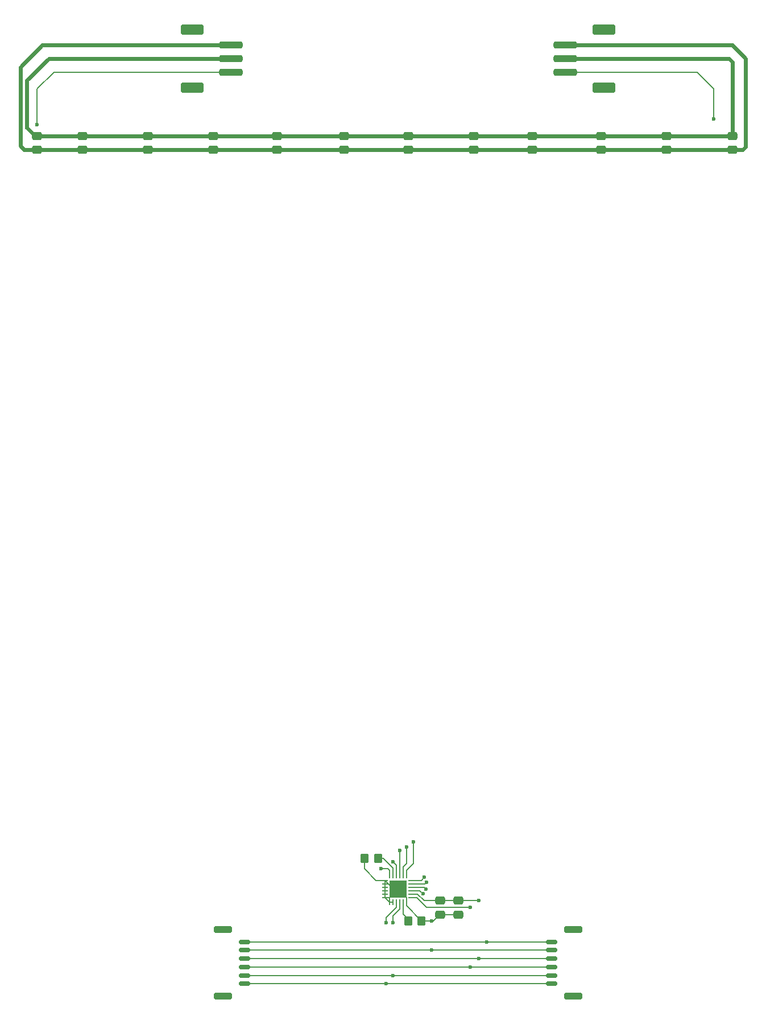
<source format=gbl>
G04 #@! TF.GenerationSoftware,KiCad,Pcbnew,8.0.8*
G04 #@! TF.CreationDate,2025-01-22T20:08:14-06:00*
G04 #@! TF.ProjectId,touch-pads,746f7563-682d-4706-9164-732e6b696361,rev?*
G04 #@! TF.SameCoordinates,Original*
G04 #@! TF.FileFunction,Copper,L2,Bot*
G04 #@! TF.FilePolarity,Positive*
%FSLAX46Y46*%
G04 Gerber Fmt 4.6, Leading zero omitted, Abs format (unit mm)*
G04 Created by KiCad (PCBNEW 8.0.8) date 2025-01-22 20:08:14*
%MOMM*%
%LPD*%
G01*
G04 APERTURE LIST*
G04 Aperture macros list*
%AMRoundRect*
0 Rectangle with rounded corners*
0 $1 Rounding radius*
0 $2 $3 $4 $5 $6 $7 $8 $9 X,Y pos of 4 corners*
0 Add a 4 corners polygon primitive as box body*
4,1,4,$2,$3,$4,$5,$6,$7,$8,$9,$2,$3,0*
0 Add four circle primitives for the rounded corners*
1,1,$1+$1,$2,$3*
1,1,$1+$1,$4,$5*
1,1,$1+$1,$6,$7*
1,1,$1+$1,$8,$9*
0 Add four rect primitives between the rounded corners*
20,1,$1+$1,$2,$3,$4,$5,0*
20,1,$1+$1,$4,$5,$6,$7,0*
20,1,$1+$1,$6,$7,$8,$9,0*
20,1,$1+$1,$8,$9,$2,$3,0*%
G04 Aperture macros list end*
G04 #@! TA.AperFunction,SMDPad,CuDef*
%ADD10RoundRect,0.250000X0.350000X0.450000X-0.350000X0.450000X-0.350000X-0.450000X0.350000X-0.450000X0*%
G04 #@! TD*
G04 #@! TA.AperFunction,SMDPad,CuDef*
%ADD11RoundRect,0.250000X0.475000X-0.337500X0.475000X0.337500X-0.475000X0.337500X-0.475000X-0.337500X0*%
G04 #@! TD*
G04 #@! TA.AperFunction,SMDPad,CuDef*
%ADD12R,0.254000X0.812800*%
G04 #@! TD*
G04 #@! TA.AperFunction,SMDPad,CuDef*
%ADD13R,0.812800X0.254000*%
G04 #@! TD*
G04 #@! TA.AperFunction,SMDPad,CuDef*
%ADD14R,2.590800X2.590800*%
G04 #@! TD*
G04 #@! TA.AperFunction,SMDPad,CuDef*
%ADD15RoundRect,0.150000X0.700000X-0.150000X0.700000X0.150000X-0.700000X0.150000X-0.700000X-0.150000X0*%
G04 #@! TD*
G04 #@! TA.AperFunction,SMDPad,CuDef*
%ADD16RoundRect,0.250000X1.100000X-0.250000X1.100000X0.250000X-1.100000X0.250000X-1.100000X-0.250000X0*%
G04 #@! TD*
G04 #@! TA.AperFunction,SMDPad,CuDef*
%ADD17RoundRect,0.250000X-0.475000X0.337500X-0.475000X-0.337500X0.475000X-0.337500X0.475000X0.337500X0*%
G04 #@! TD*
G04 #@! TA.AperFunction,SMDPad,CuDef*
%ADD18RoundRect,0.250000X1.500000X-0.250000X1.500000X0.250000X-1.500000X0.250000X-1.500000X-0.250000X0*%
G04 #@! TD*
G04 #@! TA.AperFunction,SMDPad,CuDef*
%ADD19RoundRect,0.250001X1.449999X-0.499999X1.449999X0.499999X-1.449999X0.499999X-1.449999X-0.499999X0*%
G04 #@! TD*
G04 #@! TA.AperFunction,SMDPad,CuDef*
%ADD20RoundRect,0.250000X-1.500000X0.250000X-1.500000X-0.250000X1.500000X-0.250000X1.500000X0.250000X0*%
G04 #@! TD*
G04 #@! TA.AperFunction,SMDPad,CuDef*
%ADD21RoundRect,0.250001X-1.449999X0.499999X-1.449999X-0.499999X1.449999X-0.499999X1.449999X0.499999X0*%
G04 #@! TD*
G04 #@! TA.AperFunction,SMDPad,CuDef*
%ADD22RoundRect,0.150000X-0.700000X0.150000X-0.700000X-0.150000X0.700000X-0.150000X0.700000X0.150000X0*%
G04 #@! TD*
G04 #@! TA.AperFunction,SMDPad,CuDef*
%ADD23RoundRect,0.250000X-1.100000X0.250000X-1.100000X-0.250000X1.100000X-0.250000X1.100000X0.250000X0*%
G04 #@! TD*
G04 #@! TA.AperFunction,ViaPad*
%ADD24C,0.600000*%
G04 #@! TD*
G04 #@! TA.AperFunction,Conductor*
%ADD25C,0.200000*%
G04 #@! TD*
G04 #@! TA.AperFunction,Conductor*
%ADD26C,0.600000*%
G04 #@! TD*
G04 APERTURE END LIST*
D10*
X266750000Y-245750000D03*
X264750000Y-245750000D03*
D11*
X283250000Y-131075000D03*
X283250000Y-129000000D03*
X274500000Y-131075000D03*
X274500000Y-129000000D03*
X216250000Y-131075000D03*
X216250000Y-129000000D03*
D10*
X260250000Y-236500000D03*
X258250000Y-236500000D03*
D11*
X209500000Y-131075000D03*
X209500000Y-129000000D03*
D12*
X264520000Y-242968500D03*
X264012000Y-242968500D03*
X263504000Y-242968500D03*
X262996000Y-242968500D03*
X262488000Y-242968500D03*
X261980000Y-242968500D03*
D13*
X261281500Y-242270000D03*
X261281500Y-241762000D03*
X261281500Y-241254000D03*
X261281500Y-240746000D03*
X261281500Y-240238000D03*
X261281500Y-239730000D03*
D12*
X261980000Y-239031500D03*
X262488000Y-239031500D03*
X262996000Y-239031500D03*
X263504000Y-239031500D03*
X264012000Y-239031500D03*
X264520000Y-239031500D03*
D13*
X265218500Y-239730000D03*
X265218500Y-240238000D03*
X265218500Y-240746000D03*
X265218500Y-241254000D03*
X265218500Y-241762000D03*
X265218500Y-242270000D03*
D14*
X263250000Y-241000000D03*
D15*
X240350000Y-255125000D03*
X240350000Y-253875000D03*
X240350000Y-252625000D03*
X240350000Y-251375000D03*
X240350000Y-250125000D03*
X240350000Y-248875000D03*
D16*
X237150000Y-256975000D03*
X237150000Y-247025000D03*
D11*
X235750000Y-131075000D03*
X235750000Y-129000000D03*
X245250000Y-131075000D03*
X245250000Y-129000000D03*
X313000000Y-131075000D03*
X313000000Y-129000000D03*
X226000000Y-131075000D03*
X226000000Y-129000000D03*
D17*
X269500000Y-242750000D03*
X269500000Y-244825000D03*
X272250000Y-242750000D03*
X272250000Y-244825000D03*
D11*
X255250000Y-131075000D03*
X255250000Y-129000000D03*
X303250000Y-131075000D03*
X303250000Y-129000000D03*
X293500000Y-131075000D03*
X293500000Y-129000000D03*
D18*
X238350000Y-119500000D03*
X238350000Y-117500000D03*
X238350000Y-115500000D03*
D19*
X232600000Y-121850000D03*
X232600000Y-113150000D03*
D20*
X288150000Y-115500000D03*
X288150000Y-117500000D03*
X288150000Y-119500000D03*
D21*
X293900000Y-113150000D03*
X293900000Y-121850000D03*
D11*
X264750000Y-131075000D03*
X264750000Y-129000000D03*
D22*
X286150000Y-248875000D03*
X286150000Y-250125000D03*
X286150000Y-251375000D03*
X286150000Y-252625000D03*
X286150000Y-253875000D03*
X286150000Y-255125000D03*
D23*
X289350000Y-247025000D03*
X289350000Y-256975000D03*
D24*
X275250000Y-242750000D03*
X275250000Y-251375000D03*
X262500000Y-246000000D03*
X262500000Y-253875000D03*
X274000000Y-252625000D03*
X274000000Y-243750000D03*
X247000000Y-131075000D03*
X218000000Y-131075000D03*
X276250000Y-131075000D03*
X266500000Y-131075000D03*
X285500000Y-131075000D03*
X237500000Y-131075000D03*
X268250000Y-250125000D03*
X257000000Y-131075000D03*
X295250000Y-131075000D03*
X208250000Y-131075000D03*
X305000000Y-131075000D03*
X227750000Y-131075000D03*
X268250000Y-245750000D03*
X315000000Y-130650000D03*
X260750000Y-238000000D03*
X276500000Y-248875000D03*
X261500000Y-246000000D03*
X261500000Y-255125000D03*
X267000000Y-241750000D03*
X267437500Y-241062500D03*
X267500000Y-240000000D03*
X267142228Y-239284456D03*
X265500000Y-234000000D03*
X264500000Y-234750000D03*
X263500000Y-235250000D03*
X262500000Y-237000000D03*
X291750000Y-129000000D03*
X282000000Y-129000000D03*
X253000000Y-129000000D03*
X243500000Y-129000000D03*
X233750000Y-129000000D03*
X272500000Y-129000000D03*
X311000000Y-129000000D03*
X301500000Y-129000000D03*
X214549265Y-129049265D03*
X262750000Y-129000000D03*
X208000000Y-127750000D03*
X224000000Y-129000000D03*
X310250000Y-126500000D03*
X209500000Y-127348529D03*
D25*
X265218500Y-241762000D02*
X266163471Y-241762000D01*
X275250000Y-251375000D02*
X240350000Y-251375000D01*
X267151471Y-242750000D02*
X271500000Y-242750000D01*
X266163471Y-241762000D02*
X267151471Y-242750000D01*
X271500000Y-242750000D02*
X275250000Y-242750000D01*
X271500000Y-242750000D02*
X272250000Y-242750000D01*
X275250000Y-251375000D02*
X286150000Y-251375000D01*
X262500000Y-246000000D02*
X262500000Y-245000000D01*
X286150000Y-253875000D02*
X262500000Y-253875000D01*
X263504000Y-243996000D02*
X263504000Y-242968500D01*
X262500000Y-253875000D02*
X240350000Y-253875000D01*
X262500000Y-245000000D02*
X263504000Y-243996000D01*
X266020000Y-242270000D02*
X267500000Y-243750000D01*
X265218500Y-242270000D02*
X266020000Y-242270000D01*
X274000000Y-252625000D02*
X286150000Y-252625000D01*
X267500000Y-243750000D02*
X274000000Y-243750000D01*
X240350000Y-252625000D02*
X274000000Y-252625000D01*
X272250000Y-244825000D02*
X269500000Y-244825000D01*
X261281500Y-239730000D02*
X261281500Y-242270000D01*
X258250000Y-238000000D02*
X258250000Y-236500000D01*
D26*
X207000000Y-130500000D02*
X207000000Y-118750000D01*
D25*
X264520000Y-243520000D02*
X266750000Y-245750000D01*
X261980000Y-242270000D02*
X261281500Y-242270000D01*
X264512100Y-242960600D02*
X264512100Y-242262100D01*
D26*
X210250000Y-115500000D02*
X238350000Y-115500000D01*
D25*
X268250000Y-245750000D02*
X266750000Y-245750000D01*
X261281500Y-239730000D02*
X262551500Y-241000000D01*
X261980000Y-242270000D02*
X263250000Y-241000000D01*
X268250000Y-250125000D02*
X286150000Y-250125000D01*
X261980000Y-242968500D02*
X261980000Y-242270000D01*
X259980000Y-239730000D02*
X258250000Y-238000000D01*
X261281500Y-239730000D02*
X259980000Y-239730000D01*
D26*
X207000000Y-118750000D02*
X210250000Y-115500000D01*
X315000000Y-117500000D02*
X313000000Y-115500000D01*
X313000000Y-115500000D02*
X288150000Y-115500000D01*
D25*
X240350000Y-250125000D02*
X268250000Y-250125000D01*
X268500000Y-245750000D02*
X269425000Y-244825000D01*
D26*
X207575000Y-131075000D02*
X207000000Y-130500000D01*
D25*
X261281500Y-242270000D02*
X261980000Y-242968500D01*
X264520000Y-242968500D02*
X264520000Y-243520000D01*
X264512100Y-242262100D02*
X263250000Y-241000000D01*
D26*
X315000000Y-130650000D02*
X315000000Y-117500000D01*
D25*
X262488000Y-242968500D02*
X261980000Y-242968500D01*
D26*
X314575000Y-131075000D02*
X207575000Y-131075000D01*
X315000000Y-130650000D02*
X314575000Y-131075000D01*
D25*
X268250000Y-245750000D02*
X268500000Y-245750000D01*
X261980000Y-238230000D02*
X261750000Y-238000000D01*
X286150000Y-248875000D02*
X240350000Y-248875000D01*
X261750000Y-238000000D02*
X260750000Y-238000000D01*
X261980000Y-239031500D02*
X261980000Y-238230000D01*
X240350000Y-255125000D02*
X261500000Y-255125000D01*
X262996000Y-243754000D02*
X262996000Y-242968500D01*
X261500000Y-255125000D02*
X286150000Y-255125000D01*
X261500000Y-245250000D02*
X262996000Y-243754000D01*
X261500000Y-246000000D02*
X261500000Y-245250000D01*
X267000000Y-241750000D02*
X266504000Y-241254000D01*
X266504000Y-241254000D02*
X265218500Y-241254000D01*
X267121000Y-240746000D02*
X265218500Y-240746000D01*
X267437500Y-241062500D02*
X267121000Y-240746000D01*
X267500000Y-240000000D02*
X267262000Y-240238000D01*
X267262000Y-240238000D02*
X265218500Y-240238000D01*
X267142228Y-239284456D02*
X266696684Y-239730000D01*
X266696684Y-239730000D02*
X265218500Y-239730000D01*
X265500000Y-237250000D02*
X265500000Y-234000000D01*
X265500000Y-237250000D02*
X264520000Y-238230000D01*
X264520000Y-238230000D02*
X264520000Y-239031500D01*
X264012000Y-239031500D02*
X264012000Y-237738000D01*
X264012000Y-237738000D02*
X264500000Y-237250000D01*
X264500000Y-234750000D02*
X264500000Y-237250000D01*
X263500000Y-237000000D02*
X263504000Y-237004000D01*
X263504000Y-237004000D02*
X263504000Y-239031500D01*
X263500000Y-235250000D02*
X263500000Y-237000000D01*
X262500000Y-237000000D02*
X262996000Y-237496000D01*
X262996000Y-237496000D02*
X262996000Y-239031500D01*
X264012000Y-244762000D02*
X264012000Y-242968500D01*
X264750000Y-245500000D02*
X264012000Y-244762000D01*
X262488000Y-239031500D02*
X262488000Y-237938000D01*
X261050000Y-236500000D02*
X260250000Y-236500000D01*
X262488000Y-237938000D02*
X261050000Y-236500000D01*
D26*
X208000000Y-127750000D02*
X208000000Y-120750000D01*
D25*
X291750000Y-129000000D02*
X292000000Y-129000000D01*
D26*
X211250000Y-117500000D02*
X238350000Y-117500000D01*
X313000000Y-129000000D02*
X313000000Y-118000000D01*
X209250000Y-129000000D02*
X313000000Y-129000000D01*
X208000000Y-120750000D02*
X211250000Y-117500000D01*
X313000000Y-118000000D02*
X312500000Y-117500000D01*
X208000000Y-127750000D02*
X209250000Y-129000000D01*
X312500000Y-117500000D02*
X288150000Y-117500000D01*
D25*
X310250000Y-126500000D02*
X310250000Y-122000000D01*
X310250000Y-122000000D02*
X307750000Y-119500000D01*
X307750000Y-119500000D02*
X288150000Y-119500000D01*
X212000000Y-119500000D02*
X238350000Y-119500000D01*
X209500000Y-122000000D02*
X212000000Y-119500000D01*
X209500000Y-127348529D02*
X209500000Y-122000000D01*
M02*

</source>
